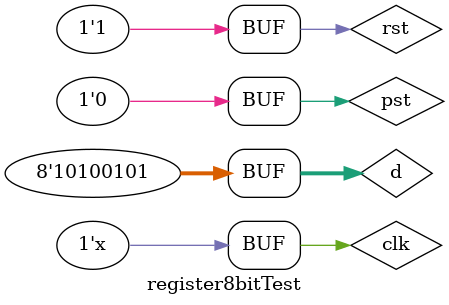
<source format=v>


//section b
module register8bit(q,d,rst,pst,clk);
	`timescale 1ns/1ps
	output reg [7:0] q;
	input [7:0] d;
	input rst,pst,clk;
always @(posedge clk)
		if(~rst && ~pst)
		q = d;
always @(posedge pst)
		if(~rst && pst)
		q = 8'b11111111;
always @(posedge clk )
		if(rst && ~pst)
		q = 8'b0;

endmodule
	
module register8bitTest;
	`timescale 1ns/1ps
	reg [7:0] d;
	wire [7:0] q;
	reg rst,pst,clk;
	register8bit rs8(q,d,rst,pst,clk);
	
	always
	begin
	#50 clk = ~clk;
	end
	
	initial 
	begin
		pst = 1'b0;
		clk = 1'b0;
		rst = 1'b0;
	end
		
	initial 
		begin
			d=8'h20;
			#55  d=8'h13;
			#100 d=8'h27;
			#100 d=8'hA5;
			#100 pst = 1'b1;
			#100 rst = 1'b1; pst = 1'b0;
		end
		
	initial 
		$monitor($time,"q : %h d : %h *** rst = %b pst = %b",q,d,rst,pst);
endmodule 
</source>
